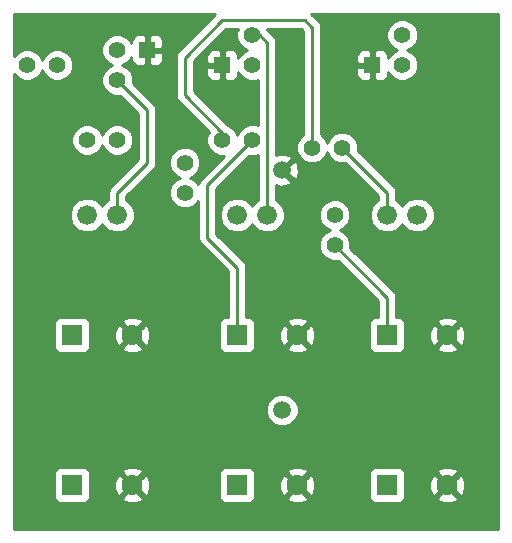
<source format=gtl>
G04 (created by PCBNEW (2013-jul-07)-stable) date Friday 21 August 2015 09:51:10 AM IST*
%MOIN*%
G04 Gerber Fmt 3.4, Leading zero omitted, Abs format*
%FSLAX34Y34*%
G01*
G70*
G90*
G04 APERTURE LIST*
%ADD10C,0.00590551*%
%ADD11R,0.055X0.055*%
%ADD12C,0.055*%
%ADD13C,0.066*%
%ADD14R,0.07X0.07*%
%ADD15C,0.07*%
%ADD16C,0.0590551*%
%ADD17C,0.01*%
G04 APERTURE END LIST*
G54D10*
G54D11*
X98500Y-72000D03*
G54D12*
X99500Y-72000D03*
X99500Y-71000D03*
G54D11*
X93500Y-72000D03*
G54D12*
X94500Y-72000D03*
X94500Y-71000D03*
G54D11*
X91000Y-71500D03*
G54D12*
X90000Y-71500D03*
X90000Y-72500D03*
X90000Y-74500D03*
X89000Y-74500D03*
X97250Y-77000D03*
X97250Y-78000D03*
X96500Y-74750D03*
X97500Y-74750D03*
X93500Y-74500D03*
X94500Y-74500D03*
X92250Y-75250D03*
X92250Y-76250D03*
X88000Y-72000D03*
X87000Y-72000D03*
G54D13*
X94000Y-77000D03*
X95000Y-77000D03*
X99000Y-77000D03*
X100000Y-77000D03*
X89000Y-77000D03*
X90000Y-77000D03*
G54D14*
X94000Y-86000D03*
G54D15*
X96000Y-86000D03*
G54D14*
X94000Y-81000D03*
G54D15*
X96000Y-81000D03*
G54D14*
X88500Y-81000D03*
G54D15*
X90500Y-81000D03*
G54D14*
X99000Y-86000D03*
G54D15*
X101000Y-86000D03*
G54D14*
X99000Y-81000D03*
G54D15*
X101000Y-81000D03*
G54D14*
X88500Y-86000D03*
G54D15*
X90500Y-86000D03*
G54D16*
X95500Y-75500D03*
X95500Y-83500D03*
G54D17*
X93500Y-74500D02*
X93500Y-74250D01*
X96500Y-70750D02*
X96500Y-74750D01*
X96250Y-70500D02*
X96500Y-70750D01*
X93500Y-70500D02*
X96250Y-70500D01*
X92250Y-71750D02*
X93500Y-70500D01*
X92250Y-73000D02*
X92250Y-71750D01*
X93500Y-74250D02*
X92250Y-73000D01*
X99000Y-81000D02*
X99000Y-79750D01*
X99000Y-79750D02*
X97250Y-78000D01*
X99000Y-77000D02*
X99000Y-76250D01*
X99000Y-76250D02*
X97500Y-74750D01*
X99000Y-76250D02*
X97500Y-74750D01*
X95000Y-77000D02*
X95000Y-76000D01*
X94750Y-71000D02*
X94500Y-71000D01*
X95000Y-71250D02*
X94750Y-71000D01*
X95000Y-76000D02*
X95000Y-71250D01*
X90000Y-77000D02*
X90000Y-76250D01*
X91000Y-73500D02*
X90000Y-72500D01*
X91000Y-75250D02*
X91000Y-73500D01*
X90000Y-76250D02*
X91000Y-75250D01*
X94000Y-81000D02*
X94000Y-78750D01*
X93000Y-76000D02*
X94500Y-74500D01*
X93000Y-77750D02*
X93000Y-76000D01*
X94000Y-78750D02*
X93000Y-77750D01*
G54D10*
G36*
X94700Y-74014D02*
X94604Y-73975D01*
X94396Y-73974D01*
X94203Y-74054D01*
X94055Y-74202D01*
X93999Y-74335D01*
X93945Y-74203D01*
X93797Y-74055D01*
X93680Y-74006D01*
X93450Y-73775D01*
X93450Y-72462D01*
X93450Y-72050D01*
X93450Y-71950D01*
X93450Y-71537D01*
X93387Y-71475D01*
X93175Y-71474D01*
X93083Y-71512D01*
X93013Y-71583D01*
X92975Y-71675D01*
X92974Y-71774D01*
X92975Y-71887D01*
X93037Y-71950D01*
X93450Y-71950D01*
X93450Y-72050D01*
X93037Y-72050D01*
X92975Y-72112D01*
X92974Y-72225D01*
X92975Y-72324D01*
X93013Y-72416D01*
X93083Y-72487D01*
X93175Y-72525D01*
X93387Y-72525D01*
X93450Y-72462D01*
X93450Y-73775D01*
X92550Y-72875D01*
X92550Y-71874D01*
X93624Y-70800D01*
X94014Y-70800D01*
X93975Y-70895D01*
X93974Y-71103D01*
X94054Y-71297D01*
X94202Y-71444D01*
X94335Y-71500D01*
X94203Y-71554D01*
X94055Y-71702D01*
X94025Y-71774D01*
X94025Y-71774D01*
X94024Y-71675D01*
X93986Y-71583D01*
X93916Y-71512D01*
X93824Y-71474D01*
X93612Y-71475D01*
X93550Y-71537D01*
X93550Y-71950D01*
X93557Y-71950D01*
X93557Y-72050D01*
X93550Y-72050D01*
X93550Y-72462D01*
X93612Y-72525D01*
X93824Y-72525D01*
X93916Y-72487D01*
X93986Y-72416D01*
X94024Y-72324D01*
X94025Y-72225D01*
X94025Y-72225D01*
X94054Y-72297D01*
X94202Y-72444D01*
X94395Y-72524D01*
X94603Y-72525D01*
X94700Y-72485D01*
X94700Y-74014D01*
X94700Y-74014D01*
G37*
G54D17*
X94700Y-74014D02*
X94604Y-73975D01*
X94396Y-73974D01*
X94203Y-74054D01*
X94055Y-74202D01*
X93999Y-74335D01*
X93945Y-74203D01*
X93797Y-74055D01*
X93680Y-74006D01*
X93450Y-73775D01*
X93450Y-72462D01*
X93450Y-72050D01*
X93450Y-71950D01*
X93450Y-71537D01*
X93387Y-71475D01*
X93175Y-71474D01*
X93083Y-71512D01*
X93013Y-71583D01*
X92975Y-71675D01*
X92974Y-71774D01*
X92975Y-71887D01*
X93037Y-71950D01*
X93450Y-71950D01*
X93450Y-72050D01*
X93037Y-72050D01*
X92975Y-72112D01*
X92974Y-72225D01*
X92975Y-72324D01*
X93013Y-72416D01*
X93083Y-72487D01*
X93175Y-72525D01*
X93387Y-72525D01*
X93450Y-72462D01*
X93450Y-73775D01*
X92550Y-72875D01*
X92550Y-71874D01*
X93624Y-70800D01*
X94014Y-70800D01*
X93975Y-70895D01*
X93974Y-71103D01*
X94054Y-71297D01*
X94202Y-71444D01*
X94335Y-71500D01*
X94203Y-71554D01*
X94055Y-71702D01*
X94025Y-71774D01*
X94025Y-71774D01*
X94024Y-71675D01*
X93986Y-71583D01*
X93916Y-71512D01*
X93824Y-71474D01*
X93612Y-71475D01*
X93550Y-71537D01*
X93550Y-71950D01*
X93557Y-71950D01*
X93557Y-72050D01*
X93550Y-72050D01*
X93550Y-72462D01*
X93612Y-72525D01*
X93824Y-72525D01*
X93916Y-72487D01*
X93986Y-72416D01*
X94024Y-72324D01*
X94025Y-72225D01*
X94025Y-72225D01*
X94054Y-72297D01*
X94202Y-72444D01*
X94395Y-72524D01*
X94603Y-72525D01*
X94700Y-72485D01*
X94700Y-74014D01*
G54D10*
G36*
X102700Y-87450D02*
X101604Y-87450D01*
X101604Y-86093D01*
X101604Y-81093D01*
X101594Y-80855D01*
X101522Y-80682D01*
X101422Y-80648D01*
X101351Y-80719D01*
X101351Y-80577D01*
X101317Y-80477D01*
X101093Y-80395D01*
X100855Y-80405D01*
X100682Y-80477D01*
X100648Y-80577D01*
X101000Y-80929D01*
X101351Y-80577D01*
X101351Y-80719D01*
X101070Y-81000D01*
X101422Y-81351D01*
X101522Y-81317D01*
X101604Y-81093D01*
X101604Y-86093D01*
X101594Y-85855D01*
X101522Y-85682D01*
X101422Y-85648D01*
X101351Y-85719D01*
X101351Y-85577D01*
X101351Y-81422D01*
X101000Y-81070D01*
X100929Y-81141D01*
X100929Y-81000D01*
X100577Y-80648D01*
X100477Y-80682D01*
X100395Y-80906D01*
X100405Y-81144D01*
X100477Y-81317D01*
X100577Y-81351D01*
X100929Y-81000D01*
X100929Y-81141D01*
X100648Y-81422D01*
X100682Y-81522D01*
X100906Y-81604D01*
X101144Y-81594D01*
X101317Y-81522D01*
X101351Y-81422D01*
X101351Y-85577D01*
X101317Y-85477D01*
X101093Y-85395D01*
X100855Y-85405D01*
X100682Y-85477D01*
X100648Y-85577D01*
X101000Y-85929D01*
X101351Y-85577D01*
X101351Y-85719D01*
X101070Y-86000D01*
X101422Y-86351D01*
X101522Y-86317D01*
X101604Y-86093D01*
X101604Y-87450D01*
X101351Y-87450D01*
X101351Y-86422D01*
X101000Y-86070D01*
X100929Y-86141D01*
X100929Y-86000D01*
X100577Y-85648D01*
X100477Y-85682D01*
X100395Y-85906D01*
X100405Y-86144D01*
X100477Y-86317D01*
X100577Y-86351D01*
X100929Y-86000D01*
X100929Y-86141D01*
X100648Y-86422D01*
X100682Y-86522D01*
X100906Y-86604D01*
X101144Y-86594D01*
X101317Y-86522D01*
X101351Y-86422D01*
X101351Y-87450D01*
X99600Y-87450D01*
X99600Y-86300D01*
X99600Y-85600D01*
X99600Y-81300D01*
X99600Y-80600D01*
X99562Y-80508D01*
X99491Y-80438D01*
X99399Y-80400D01*
X99300Y-80399D01*
X99300Y-80399D01*
X99300Y-79750D01*
X99277Y-79635D01*
X99212Y-79537D01*
X99212Y-79537D01*
X97774Y-78100D01*
X97775Y-77896D01*
X97695Y-77703D01*
X97547Y-77555D01*
X97414Y-77499D01*
X97547Y-77445D01*
X97694Y-77297D01*
X97774Y-77104D01*
X97775Y-76896D01*
X97695Y-76703D01*
X97547Y-76555D01*
X97354Y-76475D01*
X97146Y-76474D01*
X96953Y-76554D01*
X96805Y-76702D01*
X96725Y-76895D01*
X96724Y-77103D01*
X96804Y-77297D01*
X96952Y-77444D01*
X97085Y-77500D01*
X96953Y-77554D01*
X96805Y-77702D01*
X96725Y-77895D01*
X96724Y-78103D01*
X96804Y-78297D01*
X96952Y-78444D01*
X97145Y-78524D01*
X97350Y-78525D01*
X98700Y-79874D01*
X98700Y-80399D01*
X98600Y-80399D01*
X98508Y-80437D01*
X98438Y-80508D01*
X98400Y-80600D01*
X98399Y-80699D01*
X98399Y-81399D01*
X98437Y-81491D01*
X98508Y-81561D01*
X98600Y-81599D01*
X98699Y-81600D01*
X99399Y-81600D01*
X99491Y-81562D01*
X99561Y-81491D01*
X99599Y-81399D01*
X99600Y-81300D01*
X99600Y-85600D01*
X99562Y-85508D01*
X99491Y-85438D01*
X99399Y-85400D01*
X99300Y-85399D01*
X98600Y-85399D01*
X98508Y-85437D01*
X98438Y-85508D01*
X98400Y-85600D01*
X98399Y-85699D01*
X98399Y-86399D01*
X98437Y-86491D01*
X98508Y-86561D01*
X98600Y-86599D01*
X98699Y-86600D01*
X99399Y-86600D01*
X99491Y-86562D01*
X99561Y-86491D01*
X99599Y-86399D01*
X99600Y-86300D01*
X99600Y-87450D01*
X96604Y-87450D01*
X96604Y-86093D01*
X96604Y-81093D01*
X96594Y-80855D01*
X96522Y-80682D01*
X96422Y-80648D01*
X96351Y-80719D01*
X96351Y-80577D01*
X96317Y-80477D01*
X96093Y-80395D01*
X96050Y-80397D01*
X96050Y-75580D01*
X96039Y-75363D01*
X95977Y-75214D01*
X95882Y-75188D01*
X95570Y-75500D01*
X95882Y-75811D01*
X95977Y-75785D01*
X96050Y-75580D01*
X96050Y-80397D01*
X95855Y-80405D01*
X95682Y-80477D01*
X95648Y-80577D01*
X96000Y-80929D01*
X96351Y-80577D01*
X96351Y-80719D01*
X96070Y-81000D01*
X96422Y-81351D01*
X96522Y-81317D01*
X96604Y-81093D01*
X96604Y-86093D01*
X96594Y-85855D01*
X96522Y-85682D01*
X96422Y-85648D01*
X96351Y-85719D01*
X96351Y-85577D01*
X96351Y-81422D01*
X96000Y-81070D01*
X95929Y-81141D01*
X95929Y-81000D01*
X95577Y-80648D01*
X95477Y-80682D01*
X95395Y-80906D01*
X95405Y-81144D01*
X95477Y-81317D01*
X95577Y-81351D01*
X95929Y-81000D01*
X95929Y-81141D01*
X95648Y-81422D01*
X95682Y-81522D01*
X95906Y-81604D01*
X96144Y-81594D01*
X96317Y-81522D01*
X96351Y-81422D01*
X96351Y-85577D01*
X96317Y-85477D01*
X96093Y-85395D01*
X96045Y-85397D01*
X96045Y-83392D01*
X95962Y-83191D01*
X95809Y-83038D01*
X95608Y-82954D01*
X95392Y-82954D01*
X95191Y-83037D01*
X95038Y-83190D01*
X94954Y-83391D01*
X94954Y-83607D01*
X95037Y-83808D01*
X95190Y-83961D01*
X95391Y-84045D01*
X95607Y-84045D01*
X95808Y-83962D01*
X95961Y-83809D01*
X96045Y-83608D01*
X96045Y-83392D01*
X96045Y-85397D01*
X95855Y-85405D01*
X95682Y-85477D01*
X95648Y-85577D01*
X96000Y-85929D01*
X96351Y-85577D01*
X96351Y-85719D01*
X96070Y-86000D01*
X96422Y-86351D01*
X96522Y-86317D01*
X96604Y-86093D01*
X96604Y-87450D01*
X96351Y-87450D01*
X96351Y-86422D01*
X96000Y-86070D01*
X95929Y-86141D01*
X95929Y-86000D01*
X95577Y-85648D01*
X95477Y-85682D01*
X95395Y-85906D01*
X95405Y-86144D01*
X95477Y-86317D01*
X95577Y-86351D01*
X95929Y-86000D01*
X95929Y-86141D01*
X95648Y-86422D01*
X95682Y-86522D01*
X95906Y-86604D01*
X96144Y-86594D01*
X96317Y-86522D01*
X96351Y-86422D01*
X96351Y-87450D01*
X94600Y-87450D01*
X94600Y-86300D01*
X94600Y-85600D01*
X94562Y-85508D01*
X94491Y-85438D01*
X94399Y-85400D01*
X94300Y-85399D01*
X93600Y-85399D01*
X93508Y-85437D01*
X93438Y-85508D01*
X93400Y-85600D01*
X93399Y-85699D01*
X93399Y-86399D01*
X93437Y-86491D01*
X93508Y-86561D01*
X93600Y-86599D01*
X93699Y-86600D01*
X94399Y-86600D01*
X94491Y-86562D01*
X94561Y-86491D01*
X94599Y-86399D01*
X94600Y-86300D01*
X94600Y-87450D01*
X91525Y-87450D01*
X91525Y-71725D01*
X91525Y-71274D01*
X91524Y-71175D01*
X91486Y-71083D01*
X91416Y-71012D01*
X91324Y-70974D01*
X91112Y-70975D01*
X91050Y-71037D01*
X91050Y-71450D01*
X91462Y-71450D01*
X91525Y-71387D01*
X91525Y-71274D01*
X91525Y-71725D01*
X91525Y-71612D01*
X91462Y-71550D01*
X91050Y-71550D01*
X91050Y-71962D01*
X91112Y-72025D01*
X91324Y-72025D01*
X91416Y-71987D01*
X91486Y-71916D01*
X91524Y-71824D01*
X91525Y-71725D01*
X91525Y-87450D01*
X91300Y-87450D01*
X91300Y-75250D01*
X91300Y-73500D01*
X91277Y-73385D01*
X91212Y-73287D01*
X91212Y-73287D01*
X90524Y-72600D01*
X90525Y-72396D01*
X90445Y-72203D01*
X90297Y-72055D01*
X90164Y-71999D01*
X90297Y-71945D01*
X90444Y-71797D01*
X90474Y-71725D01*
X90474Y-71725D01*
X90475Y-71824D01*
X90513Y-71916D01*
X90583Y-71987D01*
X90675Y-72025D01*
X90887Y-72025D01*
X90950Y-71962D01*
X90950Y-71550D01*
X90942Y-71550D01*
X90942Y-71450D01*
X90950Y-71450D01*
X90950Y-71037D01*
X90887Y-70975D01*
X90675Y-70974D01*
X90583Y-71012D01*
X90513Y-71083D01*
X90475Y-71175D01*
X90474Y-71274D01*
X90474Y-71274D01*
X90445Y-71203D01*
X90297Y-71055D01*
X90104Y-70975D01*
X89896Y-70974D01*
X89703Y-71054D01*
X89555Y-71202D01*
X89475Y-71395D01*
X89474Y-71603D01*
X89554Y-71797D01*
X89702Y-71944D01*
X89835Y-72000D01*
X89703Y-72054D01*
X89555Y-72202D01*
X89475Y-72395D01*
X89474Y-72603D01*
X89554Y-72797D01*
X89702Y-72944D01*
X89895Y-73024D01*
X90100Y-73025D01*
X90700Y-73624D01*
X90700Y-75125D01*
X90525Y-75300D01*
X90525Y-74396D01*
X90445Y-74203D01*
X90297Y-74055D01*
X90104Y-73975D01*
X89896Y-73974D01*
X89703Y-74054D01*
X89555Y-74202D01*
X89499Y-74335D01*
X89445Y-74203D01*
X89297Y-74055D01*
X89104Y-73975D01*
X88896Y-73974D01*
X88703Y-74054D01*
X88555Y-74202D01*
X88475Y-74395D01*
X88474Y-74603D01*
X88554Y-74797D01*
X88702Y-74944D01*
X88895Y-75024D01*
X89103Y-75025D01*
X89297Y-74945D01*
X89444Y-74797D01*
X89500Y-74664D01*
X89554Y-74797D01*
X89702Y-74944D01*
X89895Y-75024D01*
X90103Y-75025D01*
X90297Y-74945D01*
X90444Y-74797D01*
X90524Y-74604D01*
X90525Y-74396D01*
X90525Y-75300D01*
X89787Y-76037D01*
X89722Y-76135D01*
X89700Y-76250D01*
X89700Y-76496D01*
X89671Y-76508D01*
X89508Y-76671D01*
X89500Y-76691D01*
X89491Y-76671D01*
X89328Y-76508D01*
X89115Y-76420D01*
X88885Y-76419D01*
X88671Y-76508D01*
X88508Y-76671D01*
X88420Y-76884D01*
X88419Y-77114D01*
X88508Y-77328D01*
X88671Y-77491D01*
X88884Y-77579D01*
X89114Y-77580D01*
X89328Y-77491D01*
X89491Y-77328D01*
X89499Y-77308D01*
X89508Y-77328D01*
X89671Y-77491D01*
X89884Y-77579D01*
X90114Y-77580D01*
X90328Y-77491D01*
X90491Y-77328D01*
X90579Y-77115D01*
X90580Y-76885D01*
X90491Y-76671D01*
X90328Y-76508D01*
X90300Y-76496D01*
X90300Y-76374D01*
X91212Y-75462D01*
X91212Y-75462D01*
X91277Y-75364D01*
X91299Y-75250D01*
X91300Y-75250D01*
X91300Y-87450D01*
X91104Y-87450D01*
X91104Y-86093D01*
X91104Y-81093D01*
X91094Y-80855D01*
X91022Y-80682D01*
X90922Y-80648D01*
X90851Y-80719D01*
X90851Y-80577D01*
X90817Y-80477D01*
X90593Y-80395D01*
X90355Y-80405D01*
X90182Y-80477D01*
X90148Y-80577D01*
X90500Y-80929D01*
X90851Y-80577D01*
X90851Y-80719D01*
X90570Y-81000D01*
X90922Y-81351D01*
X91022Y-81317D01*
X91104Y-81093D01*
X91104Y-86093D01*
X91094Y-85855D01*
X91022Y-85682D01*
X90922Y-85648D01*
X90851Y-85719D01*
X90851Y-85577D01*
X90851Y-81422D01*
X90500Y-81070D01*
X90429Y-81141D01*
X90429Y-81000D01*
X90077Y-80648D01*
X89977Y-80682D01*
X89895Y-80906D01*
X89905Y-81144D01*
X89977Y-81317D01*
X90077Y-81351D01*
X90429Y-81000D01*
X90429Y-81141D01*
X90148Y-81422D01*
X90182Y-81522D01*
X90406Y-81604D01*
X90644Y-81594D01*
X90817Y-81522D01*
X90851Y-81422D01*
X90851Y-85577D01*
X90817Y-85477D01*
X90593Y-85395D01*
X90355Y-85405D01*
X90182Y-85477D01*
X90148Y-85577D01*
X90500Y-85929D01*
X90851Y-85577D01*
X90851Y-85719D01*
X90570Y-86000D01*
X90922Y-86351D01*
X91022Y-86317D01*
X91104Y-86093D01*
X91104Y-87450D01*
X90851Y-87450D01*
X90851Y-86422D01*
X90500Y-86070D01*
X90429Y-86141D01*
X90429Y-86000D01*
X90077Y-85648D01*
X89977Y-85682D01*
X89895Y-85906D01*
X89905Y-86144D01*
X89977Y-86317D01*
X90077Y-86351D01*
X90429Y-86000D01*
X90429Y-86141D01*
X90148Y-86422D01*
X90182Y-86522D01*
X90406Y-86604D01*
X90644Y-86594D01*
X90817Y-86522D01*
X90851Y-86422D01*
X90851Y-87450D01*
X89100Y-87450D01*
X89100Y-86300D01*
X89100Y-85600D01*
X89100Y-81300D01*
X89100Y-80600D01*
X89062Y-80508D01*
X88991Y-80438D01*
X88899Y-80400D01*
X88800Y-80399D01*
X88100Y-80399D01*
X88008Y-80437D01*
X87938Y-80508D01*
X87900Y-80600D01*
X87899Y-80699D01*
X87899Y-81399D01*
X87937Y-81491D01*
X88008Y-81561D01*
X88100Y-81599D01*
X88199Y-81600D01*
X88899Y-81600D01*
X88991Y-81562D01*
X89061Y-81491D01*
X89099Y-81399D01*
X89100Y-81300D01*
X89100Y-85600D01*
X89062Y-85508D01*
X88991Y-85438D01*
X88899Y-85400D01*
X88800Y-85399D01*
X88100Y-85399D01*
X88008Y-85437D01*
X87938Y-85508D01*
X87900Y-85600D01*
X87899Y-85699D01*
X87899Y-86399D01*
X87937Y-86491D01*
X88008Y-86561D01*
X88100Y-86599D01*
X88199Y-86600D01*
X88899Y-86600D01*
X88991Y-86562D01*
X89061Y-86491D01*
X89099Y-86399D01*
X89100Y-86300D01*
X89100Y-87450D01*
X86550Y-87450D01*
X86550Y-72285D01*
X86554Y-72297D01*
X86702Y-72444D01*
X86895Y-72524D01*
X87103Y-72525D01*
X87297Y-72445D01*
X87444Y-72297D01*
X87500Y-72164D01*
X87554Y-72297D01*
X87702Y-72444D01*
X87895Y-72524D01*
X88103Y-72525D01*
X88297Y-72445D01*
X88444Y-72297D01*
X88524Y-72104D01*
X88525Y-71896D01*
X88445Y-71703D01*
X88297Y-71555D01*
X88104Y-71475D01*
X87896Y-71474D01*
X87703Y-71554D01*
X87555Y-71702D01*
X87499Y-71835D01*
X87445Y-71703D01*
X87297Y-71555D01*
X87104Y-71475D01*
X86896Y-71474D01*
X86703Y-71554D01*
X86555Y-71702D01*
X86550Y-71714D01*
X86550Y-70300D01*
X93275Y-70300D01*
X92037Y-71537D01*
X91972Y-71635D01*
X91950Y-71750D01*
X91950Y-73000D01*
X91972Y-73114D01*
X92037Y-73212D01*
X93047Y-74221D01*
X92975Y-74395D01*
X92974Y-74603D01*
X93054Y-74797D01*
X93202Y-74944D01*
X93395Y-75024D01*
X93550Y-75025D01*
X92787Y-75787D01*
X92722Y-75885D01*
X92704Y-75975D01*
X92695Y-75953D01*
X92547Y-75805D01*
X92414Y-75749D01*
X92547Y-75695D01*
X92694Y-75547D01*
X92774Y-75354D01*
X92775Y-75146D01*
X92695Y-74953D01*
X92547Y-74805D01*
X92354Y-74725D01*
X92146Y-74724D01*
X91953Y-74804D01*
X91805Y-74952D01*
X91725Y-75145D01*
X91724Y-75353D01*
X91804Y-75547D01*
X91952Y-75694D01*
X92085Y-75750D01*
X91953Y-75804D01*
X91805Y-75952D01*
X91725Y-76145D01*
X91724Y-76353D01*
X91804Y-76547D01*
X91952Y-76694D01*
X92145Y-76774D01*
X92353Y-76775D01*
X92547Y-76695D01*
X92694Y-76547D01*
X92700Y-76535D01*
X92700Y-77750D01*
X92722Y-77864D01*
X92787Y-77962D01*
X93700Y-78874D01*
X93700Y-80399D01*
X93600Y-80399D01*
X93508Y-80437D01*
X93438Y-80508D01*
X93400Y-80600D01*
X93399Y-80699D01*
X93399Y-81399D01*
X93437Y-81491D01*
X93508Y-81561D01*
X93600Y-81599D01*
X93699Y-81600D01*
X94399Y-81600D01*
X94491Y-81562D01*
X94561Y-81491D01*
X94599Y-81399D01*
X94600Y-81300D01*
X94600Y-80600D01*
X94562Y-80508D01*
X94491Y-80438D01*
X94399Y-80400D01*
X94300Y-80399D01*
X94300Y-80399D01*
X94300Y-78750D01*
X94277Y-78635D01*
X94212Y-78537D01*
X94212Y-78537D01*
X93300Y-77625D01*
X93300Y-76124D01*
X94399Y-75024D01*
X94603Y-75025D01*
X94700Y-74985D01*
X94700Y-76000D01*
X94700Y-76496D01*
X94671Y-76508D01*
X94508Y-76671D01*
X94500Y-76691D01*
X94491Y-76671D01*
X94328Y-76508D01*
X94115Y-76420D01*
X93885Y-76419D01*
X93671Y-76508D01*
X93508Y-76671D01*
X93420Y-76884D01*
X93419Y-77114D01*
X93508Y-77328D01*
X93671Y-77491D01*
X93884Y-77579D01*
X94114Y-77580D01*
X94328Y-77491D01*
X94491Y-77328D01*
X94499Y-77308D01*
X94508Y-77328D01*
X94671Y-77491D01*
X94884Y-77579D01*
X95114Y-77580D01*
X95328Y-77491D01*
X95491Y-77328D01*
X95579Y-77115D01*
X95580Y-76885D01*
X95491Y-76671D01*
X95328Y-76508D01*
X95300Y-76496D01*
X95300Y-76007D01*
X95419Y-76050D01*
X95636Y-76039D01*
X95785Y-75977D01*
X95811Y-75882D01*
X95500Y-75570D01*
X95494Y-75576D01*
X95423Y-75505D01*
X95429Y-75500D01*
X95423Y-75494D01*
X95494Y-75423D01*
X95500Y-75429D01*
X95811Y-75117D01*
X95785Y-75022D01*
X95580Y-74949D01*
X95363Y-74960D01*
X95300Y-74987D01*
X95300Y-71250D01*
X95277Y-71135D01*
X95212Y-71037D01*
X95212Y-71037D01*
X94993Y-70818D01*
X94985Y-70800D01*
X96125Y-70800D01*
X96200Y-70874D01*
X96200Y-74307D01*
X96055Y-74452D01*
X95975Y-74645D01*
X95974Y-74853D01*
X96054Y-75047D01*
X96202Y-75194D01*
X96395Y-75274D01*
X96603Y-75275D01*
X96797Y-75195D01*
X96944Y-75047D01*
X97000Y-74914D01*
X97054Y-75047D01*
X97202Y-75194D01*
X97395Y-75274D01*
X97600Y-75275D01*
X98700Y-76374D01*
X98700Y-76496D01*
X98671Y-76508D01*
X98508Y-76671D01*
X98420Y-76884D01*
X98419Y-77114D01*
X98508Y-77328D01*
X98671Y-77491D01*
X98884Y-77579D01*
X99114Y-77580D01*
X99328Y-77491D01*
X99491Y-77328D01*
X99499Y-77308D01*
X99508Y-77328D01*
X99671Y-77491D01*
X99884Y-77579D01*
X100114Y-77580D01*
X100328Y-77491D01*
X100491Y-77328D01*
X100579Y-77115D01*
X100580Y-76885D01*
X100491Y-76671D01*
X100328Y-76508D01*
X100115Y-76420D01*
X100025Y-76420D01*
X100025Y-71896D01*
X99945Y-71703D01*
X99797Y-71555D01*
X99664Y-71499D01*
X99797Y-71445D01*
X99944Y-71297D01*
X100024Y-71104D01*
X100025Y-70896D01*
X99945Y-70703D01*
X99797Y-70555D01*
X99604Y-70475D01*
X99396Y-70474D01*
X99203Y-70554D01*
X99055Y-70702D01*
X98975Y-70895D01*
X98974Y-71103D01*
X99054Y-71297D01*
X99202Y-71444D01*
X99335Y-71500D01*
X99203Y-71554D01*
X99055Y-71702D01*
X99025Y-71774D01*
X99025Y-71774D01*
X99024Y-71675D01*
X98986Y-71583D01*
X98916Y-71512D01*
X98824Y-71474D01*
X98612Y-71475D01*
X98550Y-71537D01*
X98550Y-71950D01*
X98557Y-71950D01*
X98557Y-72050D01*
X98550Y-72050D01*
X98550Y-72462D01*
X98612Y-72525D01*
X98824Y-72525D01*
X98916Y-72487D01*
X98986Y-72416D01*
X99024Y-72324D01*
X99025Y-72225D01*
X99025Y-72225D01*
X99054Y-72297D01*
X99202Y-72444D01*
X99395Y-72524D01*
X99603Y-72525D01*
X99797Y-72445D01*
X99944Y-72297D01*
X100024Y-72104D01*
X100025Y-71896D01*
X100025Y-76420D01*
X99885Y-76419D01*
X99671Y-76508D01*
X99508Y-76671D01*
X99500Y-76691D01*
X99491Y-76671D01*
X99328Y-76508D01*
X99300Y-76496D01*
X99300Y-76250D01*
X99277Y-76135D01*
X99212Y-76037D01*
X99212Y-76037D01*
X98450Y-75275D01*
X98450Y-72462D01*
X98450Y-72050D01*
X98450Y-71950D01*
X98450Y-71537D01*
X98387Y-71475D01*
X98175Y-71474D01*
X98083Y-71512D01*
X98013Y-71583D01*
X97975Y-71675D01*
X97974Y-71774D01*
X97975Y-71887D01*
X98037Y-71950D01*
X98450Y-71950D01*
X98450Y-72050D01*
X98037Y-72050D01*
X97975Y-72112D01*
X97974Y-72225D01*
X97975Y-72324D01*
X98013Y-72416D01*
X98083Y-72487D01*
X98175Y-72525D01*
X98387Y-72525D01*
X98450Y-72462D01*
X98450Y-75275D01*
X98024Y-74850D01*
X98025Y-74646D01*
X97945Y-74453D01*
X97797Y-74305D01*
X97604Y-74225D01*
X97396Y-74224D01*
X97203Y-74304D01*
X97055Y-74452D01*
X96999Y-74585D01*
X96945Y-74453D01*
X96800Y-74307D01*
X96800Y-70750D01*
X96777Y-70635D01*
X96712Y-70537D01*
X96712Y-70537D01*
X96474Y-70300D01*
X102700Y-70300D01*
X102700Y-87450D01*
X102700Y-87450D01*
G37*
G54D17*
X102700Y-87450D02*
X101604Y-87450D01*
X101604Y-86093D01*
X101604Y-81093D01*
X101594Y-80855D01*
X101522Y-80682D01*
X101422Y-80648D01*
X101351Y-80719D01*
X101351Y-80577D01*
X101317Y-80477D01*
X101093Y-80395D01*
X100855Y-80405D01*
X100682Y-80477D01*
X100648Y-80577D01*
X101000Y-80929D01*
X101351Y-80577D01*
X101351Y-80719D01*
X101070Y-81000D01*
X101422Y-81351D01*
X101522Y-81317D01*
X101604Y-81093D01*
X101604Y-86093D01*
X101594Y-85855D01*
X101522Y-85682D01*
X101422Y-85648D01*
X101351Y-85719D01*
X101351Y-85577D01*
X101351Y-81422D01*
X101000Y-81070D01*
X100929Y-81141D01*
X100929Y-81000D01*
X100577Y-80648D01*
X100477Y-80682D01*
X100395Y-80906D01*
X100405Y-81144D01*
X100477Y-81317D01*
X100577Y-81351D01*
X100929Y-81000D01*
X100929Y-81141D01*
X100648Y-81422D01*
X100682Y-81522D01*
X100906Y-81604D01*
X101144Y-81594D01*
X101317Y-81522D01*
X101351Y-81422D01*
X101351Y-85577D01*
X101317Y-85477D01*
X101093Y-85395D01*
X100855Y-85405D01*
X100682Y-85477D01*
X100648Y-85577D01*
X101000Y-85929D01*
X101351Y-85577D01*
X101351Y-85719D01*
X101070Y-86000D01*
X101422Y-86351D01*
X101522Y-86317D01*
X101604Y-86093D01*
X101604Y-87450D01*
X101351Y-87450D01*
X101351Y-86422D01*
X101000Y-86070D01*
X100929Y-86141D01*
X100929Y-86000D01*
X100577Y-85648D01*
X100477Y-85682D01*
X100395Y-85906D01*
X100405Y-86144D01*
X100477Y-86317D01*
X100577Y-86351D01*
X100929Y-86000D01*
X100929Y-86141D01*
X100648Y-86422D01*
X100682Y-86522D01*
X100906Y-86604D01*
X101144Y-86594D01*
X101317Y-86522D01*
X101351Y-86422D01*
X101351Y-87450D01*
X99600Y-87450D01*
X99600Y-86300D01*
X99600Y-85600D01*
X99600Y-81300D01*
X99600Y-80600D01*
X99562Y-80508D01*
X99491Y-80438D01*
X99399Y-80400D01*
X99300Y-80399D01*
X99300Y-80399D01*
X99300Y-79750D01*
X99277Y-79635D01*
X99212Y-79537D01*
X99212Y-79537D01*
X97774Y-78100D01*
X97775Y-77896D01*
X97695Y-77703D01*
X97547Y-77555D01*
X97414Y-77499D01*
X97547Y-77445D01*
X97694Y-77297D01*
X97774Y-77104D01*
X97775Y-76896D01*
X97695Y-76703D01*
X97547Y-76555D01*
X97354Y-76475D01*
X97146Y-76474D01*
X96953Y-76554D01*
X96805Y-76702D01*
X96725Y-76895D01*
X96724Y-77103D01*
X96804Y-77297D01*
X96952Y-77444D01*
X97085Y-77500D01*
X96953Y-77554D01*
X96805Y-77702D01*
X96725Y-77895D01*
X96724Y-78103D01*
X96804Y-78297D01*
X96952Y-78444D01*
X97145Y-78524D01*
X97350Y-78525D01*
X98700Y-79874D01*
X98700Y-80399D01*
X98600Y-80399D01*
X98508Y-80437D01*
X98438Y-80508D01*
X98400Y-80600D01*
X98399Y-80699D01*
X98399Y-81399D01*
X98437Y-81491D01*
X98508Y-81561D01*
X98600Y-81599D01*
X98699Y-81600D01*
X99399Y-81600D01*
X99491Y-81562D01*
X99561Y-81491D01*
X99599Y-81399D01*
X99600Y-81300D01*
X99600Y-85600D01*
X99562Y-85508D01*
X99491Y-85438D01*
X99399Y-85400D01*
X99300Y-85399D01*
X98600Y-85399D01*
X98508Y-85437D01*
X98438Y-85508D01*
X98400Y-85600D01*
X98399Y-85699D01*
X98399Y-86399D01*
X98437Y-86491D01*
X98508Y-86561D01*
X98600Y-86599D01*
X98699Y-86600D01*
X99399Y-86600D01*
X99491Y-86562D01*
X99561Y-86491D01*
X99599Y-86399D01*
X99600Y-86300D01*
X99600Y-87450D01*
X96604Y-87450D01*
X96604Y-86093D01*
X96604Y-81093D01*
X96594Y-80855D01*
X96522Y-80682D01*
X96422Y-80648D01*
X96351Y-80719D01*
X96351Y-80577D01*
X96317Y-80477D01*
X96093Y-80395D01*
X96050Y-80397D01*
X96050Y-75580D01*
X96039Y-75363D01*
X95977Y-75214D01*
X95882Y-75188D01*
X95570Y-75500D01*
X95882Y-75811D01*
X95977Y-75785D01*
X96050Y-75580D01*
X96050Y-80397D01*
X95855Y-80405D01*
X95682Y-80477D01*
X95648Y-80577D01*
X96000Y-80929D01*
X96351Y-80577D01*
X96351Y-80719D01*
X96070Y-81000D01*
X96422Y-81351D01*
X96522Y-81317D01*
X96604Y-81093D01*
X96604Y-86093D01*
X96594Y-85855D01*
X96522Y-85682D01*
X96422Y-85648D01*
X96351Y-85719D01*
X96351Y-85577D01*
X96351Y-81422D01*
X96000Y-81070D01*
X95929Y-81141D01*
X95929Y-81000D01*
X95577Y-80648D01*
X95477Y-80682D01*
X95395Y-80906D01*
X95405Y-81144D01*
X95477Y-81317D01*
X95577Y-81351D01*
X95929Y-81000D01*
X95929Y-81141D01*
X95648Y-81422D01*
X95682Y-81522D01*
X95906Y-81604D01*
X96144Y-81594D01*
X96317Y-81522D01*
X96351Y-81422D01*
X96351Y-85577D01*
X96317Y-85477D01*
X96093Y-85395D01*
X96045Y-85397D01*
X96045Y-83392D01*
X95962Y-83191D01*
X95809Y-83038D01*
X95608Y-82954D01*
X95392Y-82954D01*
X95191Y-83037D01*
X95038Y-83190D01*
X94954Y-83391D01*
X94954Y-83607D01*
X95037Y-83808D01*
X95190Y-83961D01*
X95391Y-84045D01*
X95607Y-84045D01*
X95808Y-83962D01*
X95961Y-83809D01*
X96045Y-83608D01*
X96045Y-83392D01*
X96045Y-85397D01*
X95855Y-85405D01*
X95682Y-85477D01*
X95648Y-85577D01*
X96000Y-85929D01*
X96351Y-85577D01*
X96351Y-85719D01*
X96070Y-86000D01*
X96422Y-86351D01*
X96522Y-86317D01*
X96604Y-86093D01*
X96604Y-87450D01*
X96351Y-87450D01*
X96351Y-86422D01*
X96000Y-86070D01*
X95929Y-86141D01*
X95929Y-86000D01*
X95577Y-85648D01*
X95477Y-85682D01*
X95395Y-85906D01*
X95405Y-86144D01*
X95477Y-86317D01*
X95577Y-86351D01*
X95929Y-86000D01*
X95929Y-86141D01*
X95648Y-86422D01*
X95682Y-86522D01*
X95906Y-86604D01*
X96144Y-86594D01*
X96317Y-86522D01*
X96351Y-86422D01*
X96351Y-87450D01*
X94600Y-87450D01*
X94600Y-86300D01*
X94600Y-85600D01*
X94562Y-85508D01*
X94491Y-85438D01*
X94399Y-85400D01*
X94300Y-85399D01*
X93600Y-85399D01*
X93508Y-85437D01*
X93438Y-85508D01*
X93400Y-85600D01*
X93399Y-85699D01*
X93399Y-86399D01*
X93437Y-86491D01*
X93508Y-86561D01*
X93600Y-86599D01*
X93699Y-86600D01*
X94399Y-86600D01*
X94491Y-86562D01*
X94561Y-86491D01*
X94599Y-86399D01*
X94600Y-86300D01*
X94600Y-87450D01*
X91525Y-87450D01*
X91525Y-71725D01*
X91525Y-71274D01*
X91524Y-71175D01*
X91486Y-71083D01*
X91416Y-71012D01*
X91324Y-70974D01*
X91112Y-70975D01*
X91050Y-71037D01*
X91050Y-71450D01*
X91462Y-71450D01*
X91525Y-71387D01*
X91525Y-71274D01*
X91525Y-71725D01*
X91525Y-71612D01*
X91462Y-71550D01*
X91050Y-71550D01*
X91050Y-71962D01*
X91112Y-72025D01*
X91324Y-72025D01*
X91416Y-71987D01*
X91486Y-71916D01*
X91524Y-71824D01*
X91525Y-71725D01*
X91525Y-87450D01*
X91300Y-87450D01*
X91300Y-75250D01*
X91300Y-73500D01*
X91277Y-73385D01*
X91212Y-73287D01*
X91212Y-73287D01*
X90524Y-72600D01*
X90525Y-72396D01*
X90445Y-72203D01*
X90297Y-72055D01*
X90164Y-71999D01*
X90297Y-71945D01*
X90444Y-71797D01*
X90474Y-71725D01*
X90474Y-71725D01*
X90475Y-71824D01*
X90513Y-71916D01*
X90583Y-71987D01*
X90675Y-72025D01*
X90887Y-72025D01*
X90950Y-71962D01*
X90950Y-71550D01*
X90942Y-71550D01*
X90942Y-71450D01*
X90950Y-71450D01*
X90950Y-71037D01*
X90887Y-70975D01*
X90675Y-70974D01*
X90583Y-71012D01*
X90513Y-71083D01*
X90475Y-71175D01*
X90474Y-71274D01*
X90474Y-71274D01*
X90445Y-71203D01*
X90297Y-71055D01*
X90104Y-70975D01*
X89896Y-70974D01*
X89703Y-71054D01*
X89555Y-71202D01*
X89475Y-71395D01*
X89474Y-71603D01*
X89554Y-71797D01*
X89702Y-71944D01*
X89835Y-72000D01*
X89703Y-72054D01*
X89555Y-72202D01*
X89475Y-72395D01*
X89474Y-72603D01*
X89554Y-72797D01*
X89702Y-72944D01*
X89895Y-73024D01*
X90100Y-73025D01*
X90700Y-73624D01*
X90700Y-75125D01*
X90525Y-75300D01*
X90525Y-74396D01*
X90445Y-74203D01*
X90297Y-74055D01*
X90104Y-73975D01*
X89896Y-73974D01*
X89703Y-74054D01*
X89555Y-74202D01*
X89499Y-74335D01*
X89445Y-74203D01*
X89297Y-74055D01*
X89104Y-73975D01*
X88896Y-73974D01*
X88703Y-74054D01*
X88555Y-74202D01*
X88475Y-74395D01*
X88474Y-74603D01*
X88554Y-74797D01*
X88702Y-74944D01*
X88895Y-75024D01*
X89103Y-75025D01*
X89297Y-74945D01*
X89444Y-74797D01*
X89500Y-74664D01*
X89554Y-74797D01*
X89702Y-74944D01*
X89895Y-75024D01*
X90103Y-75025D01*
X90297Y-74945D01*
X90444Y-74797D01*
X90524Y-74604D01*
X90525Y-74396D01*
X90525Y-75300D01*
X89787Y-76037D01*
X89722Y-76135D01*
X89700Y-76250D01*
X89700Y-76496D01*
X89671Y-76508D01*
X89508Y-76671D01*
X89500Y-76691D01*
X89491Y-76671D01*
X89328Y-76508D01*
X89115Y-76420D01*
X88885Y-76419D01*
X88671Y-76508D01*
X88508Y-76671D01*
X88420Y-76884D01*
X88419Y-77114D01*
X88508Y-77328D01*
X88671Y-77491D01*
X88884Y-77579D01*
X89114Y-77580D01*
X89328Y-77491D01*
X89491Y-77328D01*
X89499Y-77308D01*
X89508Y-77328D01*
X89671Y-77491D01*
X89884Y-77579D01*
X90114Y-77580D01*
X90328Y-77491D01*
X90491Y-77328D01*
X90579Y-77115D01*
X90580Y-76885D01*
X90491Y-76671D01*
X90328Y-76508D01*
X90300Y-76496D01*
X90300Y-76374D01*
X91212Y-75462D01*
X91212Y-75462D01*
X91277Y-75364D01*
X91299Y-75250D01*
X91300Y-75250D01*
X91300Y-87450D01*
X91104Y-87450D01*
X91104Y-86093D01*
X91104Y-81093D01*
X91094Y-80855D01*
X91022Y-80682D01*
X90922Y-80648D01*
X90851Y-80719D01*
X90851Y-80577D01*
X90817Y-80477D01*
X90593Y-80395D01*
X90355Y-80405D01*
X90182Y-80477D01*
X90148Y-80577D01*
X90500Y-80929D01*
X90851Y-80577D01*
X90851Y-80719D01*
X90570Y-81000D01*
X90922Y-81351D01*
X91022Y-81317D01*
X91104Y-81093D01*
X91104Y-86093D01*
X91094Y-85855D01*
X91022Y-85682D01*
X90922Y-85648D01*
X90851Y-85719D01*
X90851Y-85577D01*
X90851Y-81422D01*
X90500Y-81070D01*
X90429Y-81141D01*
X90429Y-81000D01*
X90077Y-80648D01*
X89977Y-80682D01*
X89895Y-80906D01*
X89905Y-81144D01*
X89977Y-81317D01*
X90077Y-81351D01*
X90429Y-81000D01*
X90429Y-81141D01*
X90148Y-81422D01*
X90182Y-81522D01*
X90406Y-81604D01*
X90644Y-81594D01*
X90817Y-81522D01*
X90851Y-81422D01*
X90851Y-85577D01*
X90817Y-85477D01*
X90593Y-85395D01*
X90355Y-85405D01*
X90182Y-85477D01*
X90148Y-85577D01*
X90500Y-85929D01*
X90851Y-85577D01*
X90851Y-85719D01*
X90570Y-86000D01*
X90922Y-86351D01*
X91022Y-86317D01*
X91104Y-86093D01*
X91104Y-87450D01*
X90851Y-87450D01*
X90851Y-86422D01*
X90500Y-86070D01*
X90429Y-86141D01*
X90429Y-86000D01*
X90077Y-85648D01*
X89977Y-85682D01*
X89895Y-85906D01*
X89905Y-86144D01*
X89977Y-86317D01*
X90077Y-86351D01*
X90429Y-86000D01*
X90429Y-86141D01*
X90148Y-86422D01*
X90182Y-86522D01*
X90406Y-86604D01*
X90644Y-86594D01*
X90817Y-86522D01*
X90851Y-86422D01*
X90851Y-87450D01*
X89100Y-87450D01*
X89100Y-86300D01*
X89100Y-85600D01*
X89100Y-81300D01*
X89100Y-80600D01*
X89062Y-80508D01*
X88991Y-80438D01*
X88899Y-80400D01*
X88800Y-80399D01*
X88100Y-80399D01*
X88008Y-80437D01*
X87938Y-80508D01*
X87900Y-80600D01*
X87899Y-80699D01*
X87899Y-81399D01*
X87937Y-81491D01*
X88008Y-81561D01*
X88100Y-81599D01*
X88199Y-81600D01*
X88899Y-81600D01*
X88991Y-81562D01*
X89061Y-81491D01*
X89099Y-81399D01*
X89100Y-81300D01*
X89100Y-85600D01*
X89062Y-85508D01*
X88991Y-85438D01*
X88899Y-85400D01*
X88800Y-85399D01*
X88100Y-85399D01*
X88008Y-85437D01*
X87938Y-85508D01*
X87900Y-85600D01*
X87899Y-85699D01*
X87899Y-86399D01*
X87937Y-86491D01*
X88008Y-86561D01*
X88100Y-86599D01*
X88199Y-86600D01*
X88899Y-86600D01*
X88991Y-86562D01*
X89061Y-86491D01*
X89099Y-86399D01*
X89100Y-86300D01*
X89100Y-87450D01*
X86550Y-87450D01*
X86550Y-72285D01*
X86554Y-72297D01*
X86702Y-72444D01*
X86895Y-72524D01*
X87103Y-72525D01*
X87297Y-72445D01*
X87444Y-72297D01*
X87500Y-72164D01*
X87554Y-72297D01*
X87702Y-72444D01*
X87895Y-72524D01*
X88103Y-72525D01*
X88297Y-72445D01*
X88444Y-72297D01*
X88524Y-72104D01*
X88525Y-71896D01*
X88445Y-71703D01*
X88297Y-71555D01*
X88104Y-71475D01*
X87896Y-71474D01*
X87703Y-71554D01*
X87555Y-71702D01*
X87499Y-71835D01*
X87445Y-71703D01*
X87297Y-71555D01*
X87104Y-71475D01*
X86896Y-71474D01*
X86703Y-71554D01*
X86555Y-71702D01*
X86550Y-71714D01*
X86550Y-70300D01*
X93275Y-70300D01*
X92037Y-71537D01*
X91972Y-71635D01*
X91950Y-71750D01*
X91950Y-73000D01*
X91972Y-73114D01*
X92037Y-73212D01*
X93047Y-74221D01*
X92975Y-74395D01*
X92974Y-74603D01*
X93054Y-74797D01*
X93202Y-74944D01*
X93395Y-75024D01*
X93550Y-75025D01*
X92787Y-75787D01*
X92722Y-75885D01*
X92704Y-75975D01*
X92695Y-75953D01*
X92547Y-75805D01*
X92414Y-75749D01*
X92547Y-75695D01*
X92694Y-75547D01*
X92774Y-75354D01*
X92775Y-75146D01*
X92695Y-74953D01*
X92547Y-74805D01*
X92354Y-74725D01*
X92146Y-74724D01*
X91953Y-74804D01*
X91805Y-74952D01*
X91725Y-75145D01*
X91724Y-75353D01*
X91804Y-75547D01*
X91952Y-75694D01*
X92085Y-75750D01*
X91953Y-75804D01*
X91805Y-75952D01*
X91725Y-76145D01*
X91724Y-76353D01*
X91804Y-76547D01*
X91952Y-76694D01*
X92145Y-76774D01*
X92353Y-76775D01*
X92547Y-76695D01*
X92694Y-76547D01*
X92700Y-76535D01*
X92700Y-77750D01*
X92722Y-77864D01*
X92787Y-77962D01*
X93700Y-78874D01*
X93700Y-80399D01*
X93600Y-80399D01*
X93508Y-80437D01*
X93438Y-80508D01*
X93400Y-80600D01*
X93399Y-80699D01*
X93399Y-81399D01*
X93437Y-81491D01*
X93508Y-81561D01*
X93600Y-81599D01*
X93699Y-81600D01*
X94399Y-81600D01*
X94491Y-81562D01*
X94561Y-81491D01*
X94599Y-81399D01*
X94600Y-81300D01*
X94600Y-80600D01*
X94562Y-80508D01*
X94491Y-80438D01*
X94399Y-80400D01*
X94300Y-80399D01*
X94300Y-80399D01*
X94300Y-78750D01*
X94277Y-78635D01*
X94212Y-78537D01*
X94212Y-78537D01*
X93300Y-77625D01*
X93300Y-76124D01*
X94399Y-75024D01*
X94603Y-75025D01*
X94700Y-74985D01*
X94700Y-76000D01*
X94700Y-76496D01*
X94671Y-76508D01*
X94508Y-76671D01*
X94500Y-76691D01*
X94491Y-76671D01*
X94328Y-76508D01*
X94115Y-76420D01*
X93885Y-76419D01*
X93671Y-76508D01*
X93508Y-76671D01*
X93420Y-76884D01*
X93419Y-77114D01*
X93508Y-77328D01*
X93671Y-77491D01*
X93884Y-77579D01*
X94114Y-77580D01*
X94328Y-77491D01*
X94491Y-77328D01*
X94499Y-77308D01*
X94508Y-77328D01*
X94671Y-77491D01*
X94884Y-77579D01*
X95114Y-77580D01*
X95328Y-77491D01*
X95491Y-77328D01*
X95579Y-77115D01*
X95580Y-76885D01*
X95491Y-76671D01*
X95328Y-76508D01*
X95300Y-76496D01*
X95300Y-76007D01*
X95419Y-76050D01*
X95636Y-76039D01*
X95785Y-75977D01*
X95811Y-75882D01*
X95500Y-75570D01*
X95494Y-75576D01*
X95423Y-75505D01*
X95429Y-75500D01*
X95423Y-75494D01*
X95494Y-75423D01*
X95500Y-75429D01*
X95811Y-75117D01*
X95785Y-75022D01*
X95580Y-74949D01*
X95363Y-74960D01*
X95300Y-74987D01*
X95300Y-71250D01*
X95277Y-71135D01*
X95212Y-71037D01*
X95212Y-71037D01*
X94993Y-70818D01*
X94985Y-70800D01*
X96125Y-70800D01*
X96200Y-70874D01*
X96200Y-74307D01*
X96055Y-74452D01*
X95975Y-74645D01*
X95974Y-74853D01*
X96054Y-75047D01*
X96202Y-75194D01*
X96395Y-75274D01*
X96603Y-75275D01*
X96797Y-75195D01*
X96944Y-75047D01*
X97000Y-74914D01*
X97054Y-75047D01*
X97202Y-75194D01*
X97395Y-75274D01*
X97600Y-75275D01*
X98700Y-76374D01*
X98700Y-76496D01*
X98671Y-76508D01*
X98508Y-76671D01*
X98420Y-76884D01*
X98419Y-77114D01*
X98508Y-77328D01*
X98671Y-77491D01*
X98884Y-77579D01*
X99114Y-77580D01*
X99328Y-77491D01*
X99491Y-77328D01*
X99499Y-77308D01*
X99508Y-77328D01*
X99671Y-77491D01*
X99884Y-77579D01*
X100114Y-77580D01*
X100328Y-77491D01*
X100491Y-77328D01*
X100579Y-77115D01*
X100580Y-76885D01*
X100491Y-76671D01*
X100328Y-76508D01*
X100115Y-76420D01*
X100025Y-76420D01*
X100025Y-71896D01*
X99945Y-71703D01*
X99797Y-71555D01*
X99664Y-71499D01*
X99797Y-71445D01*
X99944Y-71297D01*
X100024Y-71104D01*
X100025Y-70896D01*
X99945Y-70703D01*
X99797Y-70555D01*
X99604Y-70475D01*
X99396Y-70474D01*
X99203Y-70554D01*
X99055Y-70702D01*
X98975Y-70895D01*
X98974Y-71103D01*
X99054Y-71297D01*
X99202Y-71444D01*
X99335Y-71500D01*
X99203Y-71554D01*
X99055Y-71702D01*
X99025Y-71774D01*
X99025Y-71774D01*
X99024Y-71675D01*
X98986Y-71583D01*
X98916Y-71512D01*
X98824Y-71474D01*
X98612Y-71475D01*
X98550Y-71537D01*
X98550Y-71950D01*
X98557Y-71950D01*
X98557Y-72050D01*
X98550Y-72050D01*
X98550Y-72462D01*
X98612Y-72525D01*
X98824Y-72525D01*
X98916Y-72487D01*
X98986Y-72416D01*
X99024Y-72324D01*
X99025Y-72225D01*
X99025Y-72225D01*
X99054Y-72297D01*
X99202Y-72444D01*
X99395Y-72524D01*
X99603Y-72525D01*
X99797Y-72445D01*
X99944Y-72297D01*
X100024Y-72104D01*
X100025Y-71896D01*
X100025Y-76420D01*
X99885Y-76419D01*
X99671Y-76508D01*
X99508Y-76671D01*
X99500Y-76691D01*
X99491Y-76671D01*
X99328Y-76508D01*
X99300Y-76496D01*
X99300Y-76250D01*
X99277Y-76135D01*
X99212Y-76037D01*
X99212Y-76037D01*
X98450Y-75275D01*
X98450Y-72462D01*
X98450Y-72050D01*
X98450Y-71950D01*
X98450Y-71537D01*
X98387Y-71475D01*
X98175Y-71474D01*
X98083Y-71512D01*
X98013Y-71583D01*
X97975Y-71675D01*
X97974Y-71774D01*
X97975Y-71887D01*
X98037Y-71950D01*
X98450Y-71950D01*
X98450Y-72050D01*
X98037Y-72050D01*
X97975Y-72112D01*
X97974Y-72225D01*
X97975Y-72324D01*
X98013Y-72416D01*
X98083Y-72487D01*
X98175Y-72525D01*
X98387Y-72525D01*
X98450Y-72462D01*
X98450Y-75275D01*
X98024Y-74850D01*
X98025Y-74646D01*
X97945Y-74453D01*
X97797Y-74305D01*
X97604Y-74225D01*
X97396Y-74224D01*
X97203Y-74304D01*
X97055Y-74452D01*
X96999Y-74585D01*
X96945Y-74453D01*
X96800Y-74307D01*
X96800Y-70750D01*
X96777Y-70635D01*
X96712Y-70537D01*
X96712Y-70537D01*
X96474Y-70300D01*
X102700Y-70300D01*
X102700Y-87450D01*
M02*

</source>
